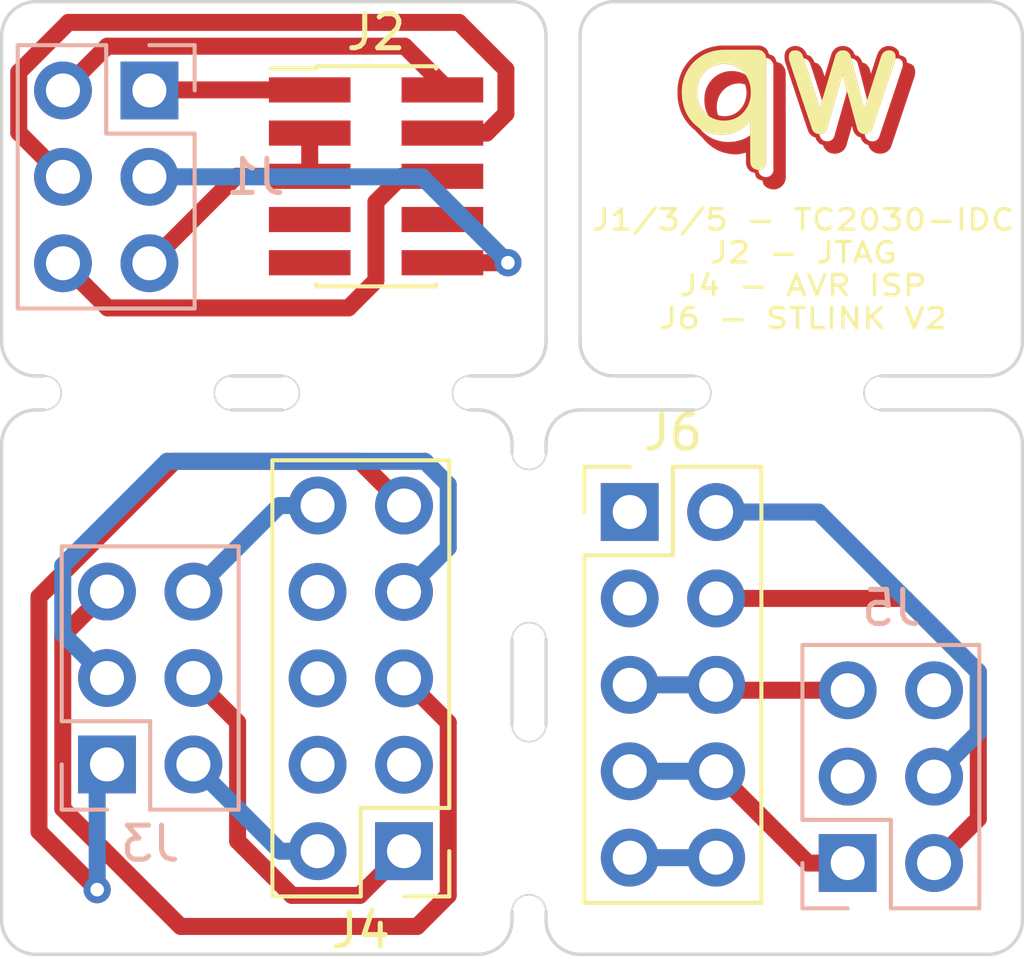
<source format=kicad_pcb>
(kicad_pcb (version 20211014) (generator pcbnew)
  (layers (0 "F.Cu" signal) (31 "B.Cu" signal) (34 "B.Paste" user) (35 "F.Paste" user) (36 "B.SilkS" user "B.Silkscreen") (37 "F.SilkS" user "F.Silkscreen") (38 "B.Mask" user) (39 "F.Mask" user) (44 "Edge.Cuts" user))
  (net 0 "")
  (net 3 "JTAG-V")
  (net 4 "JTAG SWDIO")
  (net 5 "JTAG nRESET")
  (net 6 "JTAG SWDCLK")
  (net 7 "JTAG GND")
  (net 8 "JTAG SWO")
  (net 9 "JTAG TDI")
  (net 10 "AVR MISO")
  (net 11 "AVR VCC")
  (net 12 "AVR SCK")
  (net 13 "AVR MOSI")
  (net 14 "AVR RST")
  (net 15 "AVR GND")
  (net 20 "ST 3.3V")
  (net 21 "ST SWDIO")
  (net 23 "ST SWCLK")
  (net 24 "ST GND")
  (net 26 "ST RST")
  (net 27 "ST SWTIM")
  (net 28 "ST 5.5V")
  (footprint "marbastlib-various:mousebites_1mm" (layer "F.Cu") (at 25 23 90)
    (fp_text reference "REF**" hide)
    (fp_text value "mousebites 1mm" hide)
    (fp_arc (start -1 2.75) (mid -0.5 2.25) (end 0 2.75) (layer "Edge.Cuts") (width 0.05))
    (fp_arc (start 0 -2.75) (mid -0.5 -2.25) (end -1 -2.75) (layer "Edge.Cuts") (width 0.05))
  )
  (footprint "Connector_PinHeader_1.27mm:PinHeader_2x05_P1.27mm_Vertical_SMD" (layer "F.Cu") (at 25.00375 17.1325)
    (fp_text reference "J2")
    (fp_text value "JTAG")
  )
  (footprint "Connector_PinHeader_2.54mm:PinHeader_2x05_P2.54mm_Vertical" (layer "F.Cu") (at 25.825489 36.969239 180)
    (fp_text reference "J4")
    (fp_text value "AVR ISP")
  )
  (footprint "qw new logo:qw-logo-small" (layer "F.Cu") (at 42.328774 17.983825)
    (fp_text reference "Ref**" hide)
    (fp_text value "Val**" hide)
  )
  (footprint "marbastlib-various:mousebites_1mm" (layer "F.Cu") (at 37.095 23 90)
    (fp_text reference "REF**" hide)
    (fp_text value "mousebites 1mm" hide)
    (fp_arc (start -1 2.75) (mid -0.5 2.25) (end 0 2.75) (layer "Edge.Cuts") (width 0.05))
    (fp_arc (start 0 -2.75) (mid -0.5 -2.25) (end -1 -2.75) (layer "Edge.Cuts") (width 0.05))
  )
  (footprint "marbastlib-various:mousebites_1mm" (layer "F.Cu") (at 29 28 180)
    (fp_text reference "REF**" hide)
    (fp_text value "mousebites 1mm" hide)
    (fp_arc (start 0 -2.75) (mid -0.5 -2.25) (end -1 -2.75) (layer "Edge.Cuts") (width 0.05))
    (fp_arc (start -1 2.75) (mid -0.5 2.25) (end 0 2.75) (layer "Edge.Cuts") (width 0.05))
  )
  (footprint "marbastlib-various:mousebites_1mm" (layer "F.Cu") (at 29 36 180)
    (fp_text reference "REF**" hide)
    (fp_text value "mousebites 1mm" hide)
    (fp_arc (start 0 -2.75) (mid -0.5 -2.25) (end -1 -2.75) (layer "Edge.Cuts") (width 0.05))
    (fp_arc (start -1 2.75) (mid -0.5 2.25) (end 0 2.75) (layer "Edge.Cuts") (width 0.05))
  )
  (footprint "Connector_PinHeader_2.54mm:PinHeader_2x05_P2.54mm_Vertical" (layer "F.Cu") (at 32.46 27)
    (fp_text reference "J6")
    (fp_text value "ST-LINK v2" hide)
  )
  (footprint "marbastlib-various:mousebites_1mm" (layer "F.Cu") (at 18 23 90)
    (fp_text reference "REF**" hide)
    (fp_text value "mousebites 1mm" hide)
    (fp_arc (start -1 2.75) (mid -0.5 2.25) (end 0 2.75) (layer "Edge.Cuts") (width 0.05))
    (fp_arc (start 0 -2.75) (mid -0.5 -2.25) (end -1 -2.75) (layer "Edge.Cuts") (width 0.05))
  )
  (footprint "Connector_PinHeader_2.54mm:PinHeader_2x03_P2.54mm_Vertical" (layer "B.Cu") (at 38.86625 37.31875)
    (fp_text reference "J5")
    (fp_text value "TC2030-IDC-NL-10 6-Pin" hide)
  )
  (footprint "Connector_PinHeader_2.54mm:PinHeader_2x03_P2.54mm_Vertical" (layer "B.Cu") (at 17.094239 34.419239)
    (fp_text reference "J3")
    (fp_text value "TC2030-IDC-NL-10 6-Pin" hide)
  )
  (footprint "Connector_PinHeader_2.54mm:PinHeader_2x03_P2.54mm_Vertical" (layer "B.Cu") (at 18.34125 14.6075 180)
    (fp_text reference "J1")
    (fp_text value "TC2030-IDC-NL-10 6-Pin" hide)
  )
  (gr_line (start 14 22) (end 14 13) (layer "Edge.Cuts") (width 0.1))
  (gr_line (start 14 39) (end 14 25) (layer "Edge.Cuts") (width 0.1))
  (gr_line (start 20.75 23) (end 22.25 23) (layer "Edge.Cuts") (width 0.1))
  (gr_arc (start 29 39) (mid 28.707107 39.707107) (end 28 40) (layer "Edge.Cuts") (width 0.1))
  (gr_line (start 15.25 24) (end 15 24) (layer "Edge.Cuts") (width 0.1))
  (gr_line (start 29 25) (end 29 25.25) (layer "Edge.Cuts") (width 0.1))
  (gr_arc (start 44 22) (mid 43.707107 22.707107) (end 43 23) (layer "Edge.Cuts") (width 0.1))
  (gr_arc (start 32 23) (mid 31.292893 22.707107) (end 31 22) (layer "Edge.Cuts") (width 0.1))
  (gr_arc (start 43 12) (mid 43.707107 12.292893) (end 44 13) (layer "Edge.Cuts") (width 0.1))
  (gr_arc (start 15 23) (mid 14.292893 22.707107) (end 14 22) (layer "Edge.Cuts") (width 0.1))
  (gr_line (start 28 40) (end 15 40) (layer "Edge.Cuts") (width 0.1))
  (gr_line (start 31 22) (end 31 13) (layer "Edge.Cuts") (width 0.1))
  (gr_line (start 29 30.75) (end 29 33.25) (layer "Edge.Cuts") (width 0.1))
  (gr_line (start 30 33.25) (end 30 30.75) (layer "Edge.Cuts") (width 0.1))
  (gr_line (start 44 25) (end 44 39) (layer "Edge.Cuts") (width 0.1))
  (gr_arc (start 31 40) (mid 30.292893 39.707107) (end 30 39) (layer "Edge.Cuts") (width 0.1))
  (gr_arc (start 43 24) (mid 43.707107 24.292893) (end 44 25) (layer "Edge.Cuts") (width 0.1))
  (gr_arc (start 15 40) (mid 14.292893 39.707107) (end 14 39) (layer "Edge.Cuts") (width 0.1))
  (gr_arc (start 14 25) (mid 14.292893 24.292893) (end 15 24) (layer "Edge.Cuts") (width 0.1))
  (gr_arc (start 30 22) (mid 29.707107 22.707107) (end 29 23) (layer "Edge.Cuts") (width 0.1))
  (gr_line (start 34.345 23) (end 32 23) (layer "Edge.Cuts") (width 0.1))
  (gr_line (start 29 39) (end 29 38.75) (layer "Edge.Cuts") (width 0.1))
  (gr_line (start 31 40) (end 43 40) (layer "Edge.Cuts") (width 0.1))
  (gr_line (start 22.25 24) (end 20.75 24) (layer "Edge.Cuts") (width 0.1))
  (gr_arc (start 31 13) (mid 31.292893 12.292893) (end 32 12) (layer "Edge.Cuts") (width 0.1))
  (gr_line (start 32 12) (end 43 12) (layer "Edge.Cuts") (width 0.1))
  (gr_line (start 29 12) (end 15 12) (layer "Edge.Cuts") (width 0.1))
  (gr_arc (start 29 12) (mid 29.707107 12.292893) (end 30 13) (layer "Edge.Cuts") (width 0.1))
  (gr_arc (start 44 39) (mid 43.707107 39.707107) (end 43 40) (layer "Edge.Cuts") (width 0.1))
  (gr_line (start 27.75 24) (end 28 24) (layer "Edge.Cuts") (width 0.1))
  (gr_line (start 39.845 24) (end 43 24) (layer "Edge.Cuts") (width 0.1))
  (gr_line (start 44 13) (end 44 22) (layer "Edge.Cuts") (width 0.1))
  (gr_arc (start 30 25) (mid 30.292893 24.292893) (end 31 24) (layer "Edge.Cuts") (width 0.1))
  (gr_line (start 30 25.25) (end 30 25) (layer "Edge.Cuts") (width 0.1))
  (gr_line (start 34.345 24) (end 31 24) (layer "Edge.Cuts") (width 0.1))
  (gr_line (start 30 38.75) (end 30 39) (layer "Edge.Cuts") (width 0.1))
  (gr_line (start 30 22) (end 30 13) (layer "Edge.Cuts") (width 0.1))
  (gr_arc (start 28 24) (mid 28.707107 24.292893) (end 29 25) (layer "Edge.Cuts") (width 0.1))
  (gr_line (start 15.25 23) (end 15 23) (layer "Edge.Cuts") (width 0.1))
  (gr_line (start 29 23) (end 27.75 23) (layer "Edge.Cuts") (width 0.1))
  (gr_arc (start 14 13) (mid 14.292893 12.292893) (end 15 12) (layer "Edge.Cuts") (width 0.1))
  (gr_line (start 43 23) (end 39.845 23) (layer "Edge.Cuts") (width 0.1))
  (gr_text "J1/3/5 - TC2030-IDC\nJ2 - JTAG\nJ4 - AVR ISP\nJ6 - STLINK V2" (at 37.56 19.86) (layer "F.SilkS") (effects (font (size 0.6 0.7) (thickness 0.1))))
  (segment (start 18.35625 14.5925) (end 18.34125 14.6075) (width 0.25) (layer "F.Cu") (net 3))
  (segment (start 23.05375 14.5925) (end 18.35625 14.5925) (width 0.5) (layer "F.Cu") (net 3))
  (segment (start 17.100761 13.307989) (end 15.80125 14.6075) (width 0.5) (layer "F.Cu") (net 4))
  (segment (start 25.845489 13.307989) (end 17.100761 13.307989) (width 0.5) (layer "F.Cu") (net 4))
  (segment (start 26.95375 14.41625) (end 25.845489 13.307989) (width 0.5) (layer "F.Cu") (net 4))
  (segment (start 26.95375 14.5925) (end 26.95375 14.41625) (width 0.5) (layer "F.Cu") (net 4))
  (segment (start 28.88 19.6725) (end 26.95375 19.6725) (width 0.5) (layer "F.Cu") (net 5))
  (via (at 28.88 19.6725) (size 0.8) (drill 0.4) (layers "F.Cu" "B.Cu") (net 5))
  (segment (start 26.355 17.1475) (end 28.88 19.6725) (width 0.5) (layer "B.Cu") (net 5))
  (segment (start 18.34125 17.1475) (end 26.355 17.1475) (width 0.5) (layer "B.Cu") (net 5))
  (segment (start 27.438742 12.60847) (end 15.962493 12.60847) (width 0.5) (layer "F.Cu") (net 6))
  (segment (start 28.82 15.2925) (end 28.82 13.989728) (width 0.5) (layer "F.Cu") (net 6))
  (segment (start 14.501739 14.069224) (end 14.501739 15.847989) (width 0.5) (layer "F.Cu") (net 6))
  (segment (start 14.501739 15.847989) (end 15.80125 17.1475) (width 0.5) (layer "F.Cu") (net 6))
  (segment (start 28.82 13.989728) (end 27.438742 12.60847) (width 0.5) (layer "F.Cu") (net 6))
  (segment (start 28.25 15.8625) (end 28.82 15.2925) (width 0.5) (layer "F.Cu") (net 6))
  (segment (start 15.962493 12.60847) (end 14.501739 14.069224) (width 0.5) (layer "F.Cu") (net 6))
  (segment (start 26.95375 15.8625) (end 28.25 15.8625) (width 0.5) (layer "F.Cu") (net 6))
  (segment (start 18.34125 19.6875) (end 20.89625 17.1325) (width 0.5) (layer "F.Cu") (net 7))
  (segment (start 23.05375 15.8625) (end 23.05375 17.1325) (width 0.5) (layer "F.Cu") (net 7))
  (segment (start 20.89625 17.1325) (end 23.05375 17.1325) (width 0.5) (layer "F.Cu") (net 7))
  (segment (start 17.11375 21) (end 24.195272 21) (width 0.5) (layer "F.Cu") (net 8))
  (segment (start 25.754728 17.1325) (end 26.95375 17.1325) (width 0.5) (layer "F.Cu") (net 8))
  (segment (start 25 17.887228) (end 25.754728 17.1325) (width 0.5) (layer "F.Cu") (net 8))
  (segment (start 24.195272 21) (end 25 20.195272) (width 0.5) (layer "F.Cu") (net 8))
  (segment (start 15.80125 19.6875) (end 17.11375 21) (width 0.5) (layer "F.Cu") (net 8))
  (segment (start 25 20.195272) (end 25 17.887228) (width 0.5) (layer "F.Cu") (net 8))
  (segment (start 24.525978 25.509728) (end 19.077772 25.509728) (width 0.5) (layer "F.Cu") (net 10))
  (segment (start 15.095209 36.388959) (end 16.80625 38.1) (width 0.5) (layer "F.Cu") (net 10))
  (segment (start 15.095209 29.492291) (end 15.095209 36.388959) (width 0.5) (layer "F.Cu") (net 10))
  (segment (start 19.077772 25.509728) (end 15.095209 29.492291) (width 0.5) (layer "F.Cu") (net 10))
  (segment (start 25.825489 26.809239) (end 24.525978 25.509728) (width 0.5) (layer "F.Cu") (net 10))
  (via (at 16.80625 38.1) (size 0.8) (drill 0.4) (layers "F.Cu" "B.Cu") (net 10))
  (segment (start 16.80625 38.1) (end 16.80625 34.707228) (width 0.5) (layer "B.Cu") (net 10))
  (segment (start 16.80625 34.707228) (end 17.094239 34.419239) (width 0.5) (layer "B.Cu") (net 10))
  (segment (start 23.285489 36.969239) (end 22.184239 36.969239) (width 0.5) (layer "B.Cu") (net 11))
  (segment (start 22.184239 36.969239) (end 19.634239 34.419239) (width 0.5) (layer "B.Cu") (net 11))
  (segment (start 18.86 25.509728) (end 26.440978 25.509728) (width 0.5) (layer "B.Cu") (net 12))
  (segment (start 26.440978 25.509728) (end 27.125 26.19375) (width 0.5) (layer "B.Cu") (net 12))
  (segment (start 27.125 26.19375) (end 27.125 28.049728) (width 0.5) (layer "B.Cu") (net 12))
  (segment (start 15.794728 28.575) (end 18.86 25.509728) (width 0.5) (layer "B.Cu") (net 12))
  (segment (start 15.794728 30.579728) (end 15.794728 28.575) (width 0.5) (layer "B.Cu") (net 12))
  (segment (start 17.094239 31.879239) (end 15.794728 30.579728) (width 0.5) (layer "B.Cu") (net 12))
  (segment (start 27.125 28.049728) (end 25.825489 29.349239) (width 0.5) (layer "B.Cu") (net 12))
  (segment (start 20.93375 36.67125) (end 20.93375 33.17875) (width 0.5) (layer "F.Cu") (net 13))
  (segment (start 20.93375 33.17875) (end 19.634239 31.879239) (width 0.5) (layer "F.Cu") (net 13))
  (segment (start 25.825489 36.969239) (end 24.525978 38.26875) (width 0.5) (layer "F.Cu") (net 13))
  (segment (start 22.53125 38.26875) (end 20.93375 36.67125) (width 0.5) (layer "F.Cu") (net 13))
  (segment (start 24.525978 38.26875) (end 22.53125 38.26875) (width 0.5) (layer "F.Cu") (net 13))
  (segment (start 19.257717 39.181739) (end 15.794728 35.71875) (width 0.5) (layer "F.Cu") (net 14))
  (segment (start 15.794728 35.71875) (end 15.794728 30.63875) (width 0.5) (layer "F.Cu") (net 14))
  (segment (start 26.212011 39.181739) (end 19.257717 39.181739) (width 0.5) (layer "F.Cu") (net 14))
  (segment (start 15.794728 30.63875) (end 17.094239 29.339239) (width 0.5) (layer "F.Cu") (net 14))
  (segment (start 27.125 38.26875) (end 26.212011 39.181739) (width 0.5) (layer "F.Cu") (net 14))
  (segment (start 27.125 33.18875) (end 27.125 38.26875) (width 0.5) (layer "F.Cu") (net 14))
  (segment (start 25.825489 31.889239) (end 27.125 33.18875) (width 0.5) (layer "F.Cu") (net 14))
  (segment (start 23.285489 26.809239) (end 22.164239 26.809239) (width 0.5) (layer "B.Cu") (net 15))
  (segment (start 22.164239 26.809239) (end 19.634239 29.339239) (width 0.5) (layer "B.Cu") (net 15))
  (segment (start 37.69875 37.31875) (end 35 34.62) (width 0.5) (layer "F.Cu") (net 20))
  (segment (start 38.86625 37.31875) (end 37.69875 37.31875) (width 0.5) (layer "F.Cu") (net 20))
  (segment (start 32.46 34.62) (end 35 34.62) (width 0.5) (layer "B.Cu") (net 20))
  (segment (start 42.705761 36.019239) (end 41.40625 37.31875) (width 0.5) (layer "F.Cu") (net 21))
  (segment (start 40.545287 29.54) (end 42.705761 31.700474) (width 0.5) (layer "F.Cu") (net 21))
  (segment (start 35 29.54) (end 40.545287 29.54) (width 0.5) (layer "F.Cu") (net 21))
  (segment (start 42.705761 31.700474) (end 42.705761 36.019239) (width 0.5) (layer "F.Cu") (net 21))
  (segment (start 38.005287 27) (end 42.705761 31.700474) (width 0.5) (layer "B.Cu") (net 23))
  (segment (start 42.705761 31.700474) (end 42.705761 33.479239) (width 0.5) (layer "B.Cu") (net 23))
  (segment (start 42.705761 33.479239) (end 41.40625 34.77875) (width 0.5) (layer "B.Cu") (net 23))
  (segment (start 35 27) (end 38.005287 27) (width 0.5) (layer "B.Cu") (net 23))
  (segment (start 35.15875 32.23875) (end 35 32.08) (width 0.5) (layer "F.Cu") (net 24))
  (segment (start 38.86625 32.23875) (end 35.15875 32.23875) (width 0.5) (layer "F.Cu") (net 24))
  (segment (start 35 32.08) (end 32.46 32.08) (width 0.5) (layer "B.Cu") (net 24))
  (segment (start 32.46 37.16) (end 35 37.16) (width 0.5) (layer "B.Cu") (net 28))
)
</source>
